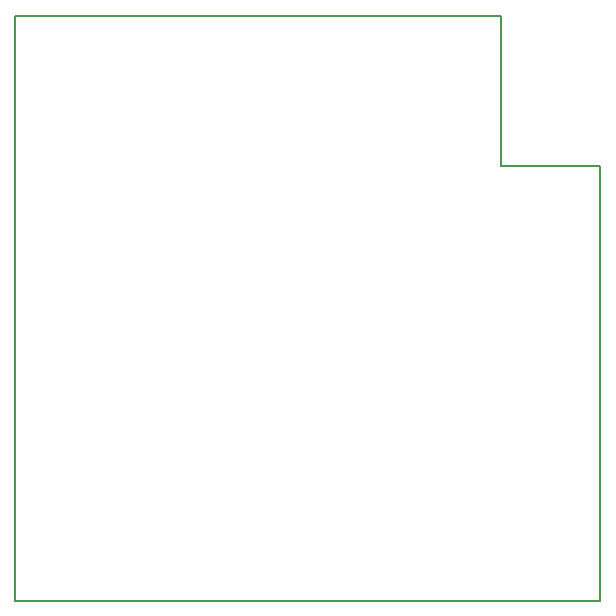
<source format=gbo>
G04 (created by PCBNEW-RS274X (2012-apr-16-27)-stable) date Saturday 23,March,2013 11:14:18 PM SGT*
G01*
G70*
G90*
%MOIN*%
G04 Gerber Fmt 3.4, Leading zero omitted, Abs format*
%FSLAX34Y34*%
G04 APERTURE LIST*
%ADD10C,0.006000*%
%ADD11C,0.005000*%
G04 APERTURE END LIST*
G54D10*
G54D11*
X69550Y-46800D02*
X50050Y-46800D01*
X69550Y-32300D02*
X69550Y-46800D01*
X66250Y-32300D02*
X69550Y-32300D01*
X66250Y-27300D02*
X66250Y-32300D01*
X50050Y-27300D02*
X66250Y-27300D01*
X50050Y-46800D02*
X50050Y-27300D01*
M02*

</source>
